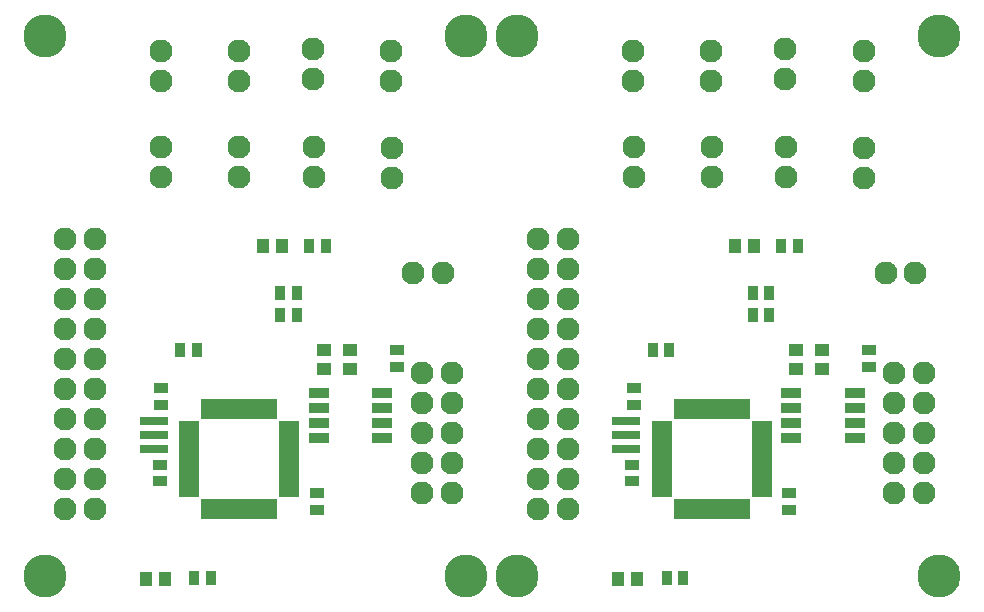
<source format=gts>
G04 EasyPC Gerber Version 21.0.3 Build 4286 *
G04 #@! TF.Part,Single*
G04 #@! TF.FileFunction,Soldermask,Top *
G04 #@! TF.FilePolarity,Negative *
%FSLAX45Y45*%
%MOIN*%
G04 #@! TA.AperFunction,SMDPad*
%ADD81R,0.03362X0.06807*%
%ADD11R,0.03559X0.04937*%
%ADD99R,0.04346X0.04740*%
G04 #@! TA.AperFunction,ComponentPad*
%ADD12C,0.07693*%
G04 #@! TA.AperFunction,WasherPad*
%ADD97C,0.14386*%
G04 #@! TA.AperFunction,SMDPad*
%ADD84R,0.09268X0.02575*%
%ADD80R,0.06807X0.03362*%
%ADD16R,0.04937X0.03559*%
%ADD98R,0.06906X0.03559*%
%ADD82R,0.04740X0.04346*%
X0Y0D02*
D02*
D11*
X66714Y93977D03*
X71323Y17944D03*
X72265Y93977D03*
X76874Y17944D03*
X100034Y112921D03*
X100044Y105766D03*
X105585Y112921D03*
X105595Y105766D03*
X109601Y128738D03*
X115152D03*
X224194Y93977D03*
X228804Y17944D03*
X229746Y93977D03*
X234355Y17944D03*
X257514Y112921D03*
X257524Y105766D03*
X263065Y112921D03*
X263075Y105766D03*
X267081Y128738D03*
X272632D03*
D02*
D12*
X28341Y41115D03*
Y51115D03*
Y61115D03*
Y71115D03*
Y81115D03*
Y91115D03*
Y101115D03*
Y111115D03*
Y121115D03*
Y131115D03*
X38341Y41115D03*
Y51115D03*
Y61115D03*
Y71115D03*
Y81115D03*
Y91115D03*
Y101115D03*
Y111115D03*
Y121115D03*
Y131115D03*
X60093Y183853D03*
Y193853D03*
X60388Y151602D03*
Y161602D03*
X86115Y183853D03*
Y193853D03*
X86294Y151646D03*
Y161646D03*
X110821Y184228D03*
Y194228D03*
X111215Y151521D03*
Y161521D03*
X137034Y183728D03*
Y193728D03*
X137219Y151396D03*
Y161396D03*
X144335Y119654D03*
X147138Y46287D03*
Y56287D03*
Y66287D03*
Y76287D03*
Y86287D03*
X154178Y119654D03*
X157138Y46287D03*
Y56287D03*
Y66287D03*
Y76287D03*
Y86287D03*
X185821Y41115D03*
Y51115D03*
Y61115D03*
Y71115D03*
Y81115D03*
Y91115D03*
Y101115D03*
Y111115D03*
Y121115D03*
Y131115D03*
X195821Y41115D03*
Y51115D03*
Y61115D03*
Y71115D03*
Y81115D03*
Y91115D03*
Y101115D03*
Y111115D03*
Y121115D03*
Y131115D03*
X217573Y183853D03*
Y193853D03*
X217869Y151602D03*
Y161602D03*
X243595Y183853D03*
Y193853D03*
X243774Y151646D03*
Y161646D03*
X268302Y184228D03*
Y194228D03*
X268695Y151521D03*
Y161521D03*
X294515Y183728D03*
Y193728D03*
X294699Y151396D03*
Y161396D03*
X301815Y119654D03*
X304618Y46287D03*
Y56287D03*
Y66287D03*
Y76287D03*
Y86287D03*
X311658Y119654D03*
X314618Y46287D03*
Y56287D03*
Y66287D03*
Y76287D03*
Y86287D03*
D02*
D16*
X59798Y50264D03*
Y55815D03*
X60280Y75700D03*
Y81251D03*
X112204Y40852D03*
Y46403D03*
X138754Y88384D03*
Y93935D03*
X217278Y50264D03*
Y55815D03*
X217761Y75700D03*
Y81251D03*
X269684Y40852D03*
Y46403D03*
X296235Y88384D03*
Y93935D03*
D02*
D80*
X69685Y46732D03*
Y49882D03*
Y53031D03*
Y56181D03*
Y59331D03*
Y62480D03*
Y65630D03*
Y68780D03*
X103055Y46732D03*
Y49882D03*
Y53031D03*
Y56181D03*
Y59331D03*
Y62480D03*
Y65630D03*
Y68780D03*
X227165Y46732D03*
Y49882D03*
Y53031D03*
Y56181D03*
Y59331D03*
Y62480D03*
Y65630D03*
Y68780D03*
X260535Y46732D03*
Y49882D03*
Y53031D03*
Y56181D03*
Y59331D03*
Y62480D03*
Y65630D03*
Y68780D03*
D02*
D81*
X75346Y41071D03*
Y74441D03*
X78496Y41071D03*
Y74441D03*
X81645Y41071D03*
Y74441D03*
X84795Y41071D03*
Y74441D03*
X87944Y41071D03*
Y74441D03*
X91094Y41071D03*
Y74441D03*
X94244Y41071D03*
Y74441D03*
X97393Y41071D03*
Y74441D03*
X232826Y41071D03*
Y74441D03*
X235976Y41071D03*
Y74441D03*
X239126Y41071D03*
Y74441D03*
X242275Y41071D03*
Y74441D03*
X245425Y41071D03*
Y74441D03*
X248574Y41071D03*
Y74441D03*
X251724Y41071D03*
Y74441D03*
X254874Y41071D03*
Y74441D03*
D02*
D82*
X114571Y87843D03*
Y94142D03*
X123174Y87715D03*
Y94014D03*
X272052Y87843D03*
Y94142D03*
X280654Y87715D03*
Y94014D03*
D02*
D84*
X57784Y61047D03*
Y65772D03*
Y70496D03*
X215265Y61047D03*
Y65772D03*
Y70496D03*
D02*
D97*
X21591Y18738D03*
Y198581D03*
X162081Y18738D03*
Y198581D03*
X179072Y18738D03*
Y198581D03*
X319561Y18738D03*
Y198581D03*
D02*
D98*
X112806Y64608D03*
Y69608D03*
Y74608D03*
Y79608D03*
X134066Y64608D03*
Y69608D03*
Y74608D03*
Y79608D03*
X270287Y64608D03*
Y69608D03*
Y74608D03*
Y79608D03*
X291546Y64608D03*
Y69608D03*
Y74608D03*
Y79608D03*
D02*
D99*
X55191Y17722D03*
X61491D03*
X94168Y128827D03*
X100467D03*
X212672Y17722D03*
X218971D03*
X251648Y128827D03*
X257947D03*
X0Y0D02*
M02*

</source>
